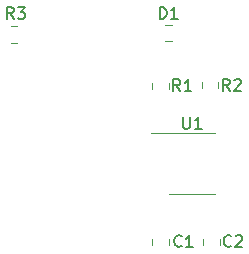
<source format=gbr>
G04 #@! TF.GenerationSoftware,KiCad,Pcbnew,(5.1.5)-3*
G04 #@! TF.CreationDate,2020-05-09T20:06:52-07:00*
G04 #@! TF.ProjectId,Rosie_SMD,526f7369-655f-4534-9d44-2e6b69636164,Version A2*
G04 #@! TF.SameCoordinates,Original*
G04 #@! TF.FileFunction,Legend,Top*
G04 #@! TF.FilePolarity,Positive*
%FSLAX46Y46*%
G04 Gerber Fmt 4.6, Leading zero omitted, Abs format (unit mm)*
G04 Created by KiCad (PCBNEW (5.1.5)-3) date 2020-05-09 20:06:52*
%MOMM*%
%LPD*%
G04 APERTURE LIST*
%ADD10C,0.120000*%
%ADD11C,0.150000*%
G04 APERTURE END LIST*
D10*
X125271600Y-107434748D02*
X125271600Y-107957252D01*
X123851600Y-107434748D02*
X123851600Y-107957252D01*
X128118800Y-107434748D02*
X128118800Y-107957252D01*
X129538800Y-107434748D02*
X129538800Y-107957252D01*
X124960748Y-89307600D02*
X125483252Y-89307600D01*
X124960748Y-90727600D02*
X125483252Y-90727600D01*
X123800800Y-94800052D02*
X123800800Y-94277548D01*
X125220800Y-94800052D02*
X125220800Y-94277548D01*
X129437200Y-94698452D02*
X129437200Y-94175948D01*
X128017200Y-94698452D02*
X128017200Y-94175948D01*
X112427652Y-89460000D02*
X111905148Y-89460000D01*
X112427652Y-90880000D02*
X111905148Y-90880000D01*
X127203200Y-103652000D02*
X129153200Y-103652000D01*
X127203200Y-103652000D02*
X125253200Y-103652000D01*
X127203200Y-98532000D02*
X129153200Y-98532000D01*
X127203200Y-98532000D02*
X123753200Y-98532000D01*
D11*
X126325333Y-108053142D02*
X126277714Y-108100761D01*
X126134857Y-108148380D01*
X126039619Y-108148380D01*
X125896761Y-108100761D01*
X125801523Y-108005523D01*
X125753904Y-107910285D01*
X125706285Y-107719809D01*
X125706285Y-107576952D01*
X125753904Y-107386476D01*
X125801523Y-107291238D01*
X125896761Y-107196000D01*
X126039619Y-107148380D01*
X126134857Y-107148380D01*
X126277714Y-107196000D01*
X126325333Y-107243619D01*
X127277714Y-108148380D02*
X126706285Y-108148380D01*
X126992000Y-108148380D02*
X126992000Y-107148380D01*
X126896761Y-107291238D01*
X126801523Y-107386476D01*
X126706285Y-107434095D01*
X130516333Y-108053142D02*
X130468714Y-108100761D01*
X130325857Y-108148380D01*
X130230619Y-108148380D01*
X130087761Y-108100761D01*
X129992523Y-108005523D01*
X129944904Y-107910285D01*
X129897285Y-107719809D01*
X129897285Y-107576952D01*
X129944904Y-107386476D01*
X129992523Y-107291238D01*
X130087761Y-107196000D01*
X130230619Y-107148380D01*
X130325857Y-107148380D01*
X130468714Y-107196000D01*
X130516333Y-107243619D01*
X130897285Y-107243619D02*
X130944904Y-107196000D01*
X131040142Y-107148380D01*
X131278238Y-107148380D01*
X131373476Y-107196000D01*
X131421095Y-107243619D01*
X131468714Y-107338857D01*
X131468714Y-107434095D01*
X131421095Y-107576952D01*
X130849666Y-108148380D01*
X131468714Y-108148380D01*
X124483904Y-88819980D02*
X124483904Y-87819980D01*
X124722000Y-87819980D01*
X124864857Y-87867600D01*
X124960095Y-87962838D01*
X125007714Y-88058076D01*
X125055333Y-88248552D01*
X125055333Y-88391409D01*
X125007714Y-88581885D01*
X124960095Y-88677123D01*
X124864857Y-88772361D01*
X124722000Y-88819980D01*
X124483904Y-88819980D01*
X126007714Y-88819980D02*
X125436285Y-88819980D01*
X125722000Y-88819980D02*
X125722000Y-87819980D01*
X125626761Y-87962838D01*
X125531523Y-88058076D01*
X125436285Y-88105695D01*
X126198333Y-94940380D02*
X125865000Y-94464190D01*
X125626904Y-94940380D02*
X125626904Y-93940380D01*
X126007857Y-93940380D01*
X126103095Y-93988000D01*
X126150714Y-94035619D01*
X126198333Y-94130857D01*
X126198333Y-94273714D01*
X126150714Y-94368952D01*
X126103095Y-94416571D01*
X126007857Y-94464190D01*
X125626904Y-94464190D01*
X127150714Y-94940380D02*
X126579285Y-94940380D01*
X126865000Y-94940380D02*
X126865000Y-93940380D01*
X126769761Y-94083238D01*
X126674523Y-94178476D01*
X126579285Y-94226095D01*
X130389333Y-94940380D02*
X130056000Y-94464190D01*
X129817904Y-94940380D02*
X129817904Y-93940380D01*
X130198857Y-93940380D01*
X130294095Y-93988000D01*
X130341714Y-94035619D01*
X130389333Y-94130857D01*
X130389333Y-94273714D01*
X130341714Y-94368952D01*
X130294095Y-94416571D01*
X130198857Y-94464190D01*
X129817904Y-94464190D01*
X130770285Y-94035619D02*
X130817904Y-93988000D01*
X130913142Y-93940380D01*
X131151238Y-93940380D01*
X131246476Y-93988000D01*
X131294095Y-94035619D01*
X131341714Y-94130857D01*
X131341714Y-94226095D01*
X131294095Y-94368952D01*
X130722666Y-94940380D01*
X131341714Y-94940380D01*
X112101333Y-88844380D02*
X111768000Y-88368190D01*
X111529904Y-88844380D02*
X111529904Y-87844380D01*
X111910857Y-87844380D01*
X112006095Y-87892000D01*
X112053714Y-87939619D01*
X112101333Y-88034857D01*
X112101333Y-88177714D01*
X112053714Y-88272952D01*
X112006095Y-88320571D01*
X111910857Y-88368190D01*
X111529904Y-88368190D01*
X112434666Y-87844380D02*
X113053714Y-87844380D01*
X112720380Y-88225333D01*
X112863238Y-88225333D01*
X112958476Y-88272952D01*
X113006095Y-88320571D01*
X113053714Y-88415809D01*
X113053714Y-88653904D01*
X113006095Y-88749142D01*
X112958476Y-88796761D01*
X112863238Y-88844380D01*
X112577523Y-88844380D01*
X112482285Y-88796761D01*
X112434666Y-88749142D01*
X126441295Y-97144380D02*
X126441295Y-97953904D01*
X126488914Y-98049142D01*
X126536533Y-98096761D01*
X126631771Y-98144380D01*
X126822247Y-98144380D01*
X126917485Y-98096761D01*
X126965104Y-98049142D01*
X127012723Y-97953904D01*
X127012723Y-97144380D01*
X128012723Y-98144380D02*
X127441295Y-98144380D01*
X127727009Y-98144380D02*
X127727009Y-97144380D01*
X127631771Y-97287238D01*
X127536533Y-97382476D01*
X127441295Y-97430095D01*
M02*

</source>
